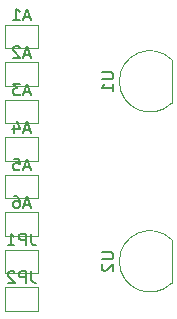
<source format=gbr>
%TF.GenerationSoftware,KiCad,Pcbnew,(6.0.7)*%
%TF.CreationDate,2022-09-26T10:55:09-05:00*%
%TF.ProjectId,OpenMuscle5,4f70656e-4d75-4736-936c-65352e6b6963,rev?*%
%TF.SameCoordinates,Original*%
%TF.FileFunction,Legend,Bot*%
%TF.FilePolarity,Positive*%
%FSLAX46Y46*%
G04 Gerber Fmt 4.6, Leading zero omitted, Abs format (unit mm)*
G04 Created by KiCad (PCBNEW (6.0.7)) date 2022-09-26 10:55:09*
%MOMM*%
%LPD*%
G01*
G04 APERTURE LIST*
%ADD10C,0.150000*%
%ADD11C,0.120000*%
G04 APERTURE END LIST*
D10*
%TO.C,U2*%
X171787380Y-100838095D02*
X172596904Y-100838095D01*
X172692142Y-100885714D01*
X172739761Y-100933333D01*
X172787380Y-101028571D01*
X172787380Y-101219047D01*
X172739761Y-101314285D01*
X172692142Y-101361904D01*
X172596904Y-101409523D01*
X171787380Y-101409523D01*
X171882619Y-101838095D02*
X171835000Y-101885714D01*
X171787380Y-101980952D01*
X171787380Y-102219047D01*
X171835000Y-102314285D01*
X171882619Y-102361904D01*
X171977857Y-102409523D01*
X172073095Y-102409523D01*
X172215952Y-102361904D01*
X172787380Y-101790476D01*
X172787380Y-102409523D01*
%TO.C,JP1*%
X165843333Y-99252380D02*
X165843333Y-99966666D01*
X165890952Y-100109523D01*
X165986190Y-100204761D01*
X166129047Y-100252380D01*
X166224285Y-100252380D01*
X165367142Y-100252380D02*
X165367142Y-99252380D01*
X164986190Y-99252380D01*
X164890952Y-99300000D01*
X164843333Y-99347619D01*
X164795714Y-99442857D01*
X164795714Y-99585714D01*
X164843333Y-99680952D01*
X164890952Y-99728571D01*
X164986190Y-99776190D01*
X165367142Y-99776190D01*
X163843333Y-100252380D02*
X164414761Y-100252380D01*
X164129047Y-100252380D02*
X164129047Y-99252380D01*
X164224285Y-99395238D01*
X164319523Y-99490476D01*
X164414761Y-99538095D01*
%TO.C,JP2*%
X165843333Y-102427380D02*
X165843333Y-103141666D01*
X165890952Y-103284523D01*
X165986190Y-103379761D01*
X166129047Y-103427380D01*
X166224285Y-103427380D01*
X165367142Y-103427380D02*
X165367142Y-102427380D01*
X164986190Y-102427380D01*
X164890952Y-102475000D01*
X164843333Y-102522619D01*
X164795714Y-102617857D01*
X164795714Y-102760714D01*
X164843333Y-102855952D01*
X164890952Y-102903571D01*
X164986190Y-102951190D01*
X165367142Y-102951190D01*
X164414761Y-102522619D02*
X164367142Y-102475000D01*
X164271904Y-102427380D01*
X164033809Y-102427380D01*
X163938571Y-102475000D01*
X163890952Y-102522619D01*
X163843333Y-102617857D01*
X163843333Y-102713095D01*
X163890952Y-102855952D01*
X164462380Y-103427380D01*
X163843333Y-103427380D01*
%TO.C,A5*%
X165724285Y-93616666D02*
X165248095Y-93616666D01*
X165819523Y-93902380D02*
X165486190Y-92902380D01*
X165152857Y-93902380D01*
X164343333Y-92902380D02*
X164819523Y-92902380D01*
X164867142Y-93378571D01*
X164819523Y-93330952D01*
X164724285Y-93283333D01*
X164486190Y-93283333D01*
X164390952Y-93330952D01*
X164343333Y-93378571D01*
X164295714Y-93473809D01*
X164295714Y-93711904D01*
X164343333Y-93807142D01*
X164390952Y-93854761D01*
X164486190Y-93902380D01*
X164724285Y-93902380D01*
X164819523Y-93854761D01*
X164867142Y-93807142D01*
%TO.C,A4*%
X165724285Y-90441666D02*
X165248095Y-90441666D01*
X165819523Y-90727380D02*
X165486190Y-89727380D01*
X165152857Y-90727380D01*
X164390952Y-90060714D02*
X164390952Y-90727380D01*
X164629047Y-89679761D02*
X164867142Y-90394047D01*
X164248095Y-90394047D01*
%TO.C,U1*%
X171787380Y-85598095D02*
X172596904Y-85598095D01*
X172692142Y-85645714D01*
X172739761Y-85693333D01*
X172787380Y-85788571D01*
X172787380Y-85979047D01*
X172739761Y-86074285D01*
X172692142Y-86121904D01*
X172596904Y-86169523D01*
X171787380Y-86169523D01*
X172787380Y-87169523D02*
X172787380Y-86598095D01*
X172787380Y-86883809D02*
X171787380Y-86883809D01*
X171930238Y-86788571D01*
X172025476Y-86693333D01*
X172073095Y-86598095D01*
%TO.C,A2*%
X165724285Y-84091666D02*
X165248095Y-84091666D01*
X165819523Y-84377380D02*
X165486190Y-83377380D01*
X165152857Y-84377380D01*
X164867142Y-83472619D02*
X164819523Y-83425000D01*
X164724285Y-83377380D01*
X164486190Y-83377380D01*
X164390952Y-83425000D01*
X164343333Y-83472619D01*
X164295714Y-83567857D01*
X164295714Y-83663095D01*
X164343333Y-83805952D01*
X164914761Y-84377380D01*
X164295714Y-84377380D01*
%TO.C,A3*%
X165724285Y-87266666D02*
X165248095Y-87266666D01*
X165819523Y-87552380D02*
X165486190Y-86552380D01*
X165152857Y-87552380D01*
X164914761Y-86552380D02*
X164295714Y-86552380D01*
X164629047Y-86933333D01*
X164486190Y-86933333D01*
X164390952Y-86980952D01*
X164343333Y-87028571D01*
X164295714Y-87123809D01*
X164295714Y-87361904D01*
X164343333Y-87457142D01*
X164390952Y-87504761D01*
X164486190Y-87552380D01*
X164771904Y-87552380D01*
X164867142Y-87504761D01*
X164914761Y-87457142D01*
%TO.C,A6*%
X165724285Y-96791666D02*
X165248095Y-96791666D01*
X165819523Y-97077380D02*
X165486190Y-96077380D01*
X165152857Y-97077380D01*
X164390952Y-96077380D02*
X164581428Y-96077380D01*
X164676666Y-96125000D01*
X164724285Y-96172619D01*
X164819523Y-96315476D01*
X164867142Y-96505952D01*
X164867142Y-96886904D01*
X164819523Y-96982142D01*
X164771904Y-97029761D01*
X164676666Y-97077380D01*
X164486190Y-97077380D01*
X164390952Y-97029761D01*
X164343333Y-96982142D01*
X164295714Y-96886904D01*
X164295714Y-96648809D01*
X164343333Y-96553571D01*
X164390952Y-96505952D01*
X164486190Y-96458333D01*
X164676666Y-96458333D01*
X164771904Y-96505952D01*
X164819523Y-96553571D01*
X164867142Y-96648809D01*
%TO.C,A1*%
X165724285Y-80916666D02*
X165248095Y-80916666D01*
X165819523Y-81202380D02*
X165486190Y-80202380D01*
X165152857Y-81202380D01*
X164295714Y-81202380D02*
X164867142Y-81202380D01*
X164581428Y-81202380D02*
X164581428Y-80202380D01*
X164676666Y-80345238D01*
X164771904Y-80440476D01*
X164867142Y-80488095D01*
D11*
%TO.C,U2*%
X177745000Y-99800000D02*
X177745000Y-103400000D01*
X177733478Y-99761522D02*
G75*
G03*
X173295000Y-101600000I-1838478J-1838478D01*
G01*
X173294999Y-101600000D02*
G75*
G03*
X177733478Y-103438478I2600001J0D01*
G01*
%TO.C,JP1*%
X166410000Y-100600000D02*
X163610000Y-100600000D01*
X163610000Y-100600000D02*
X163610000Y-102600000D01*
X163610000Y-102600000D02*
X166410000Y-102600000D01*
X166410000Y-102600000D02*
X166410000Y-100600000D01*
%TO.C,JP2*%
X163610000Y-105775000D02*
X166410000Y-105775000D01*
X163610000Y-103775000D02*
X163610000Y-105775000D01*
X166410000Y-105775000D02*
X166410000Y-103775000D01*
X166410000Y-103775000D02*
X163610000Y-103775000D01*
%TO.C,A5*%
X163610000Y-96250000D02*
X166410000Y-96250000D01*
X166410000Y-96250000D02*
X166410000Y-94250000D01*
X163610000Y-94250000D02*
X163610000Y-96250000D01*
X166410000Y-94250000D02*
X163610000Y-94250000D01*
%TO.C,A4*%
X166410000Y-91075000D02*
X163610000Y-91075000D01*
X166410000Y-93075000D02*
X166410000Y-91075000D01*
X163610000Y-93075000D02*
X166410000Y-93075000D01*
X163610000Y-91075000D02*
X163610000Y-93075000D01*
%TO.C,U1*%
X177745000Y-84560000D02*
X177745000Y-88160000D01*
X173294999Y-86360000D02*
G75*
G03*
X177733478Y-88198478I2600001J0D01*
G01*
X177733478Y-84521522D02*
G75*
G03*
X173295000Y-86360000I-1838478J-1838478D01*
G01*
%TO.C,A2*%
X166410000Y-84725000D02*
X163610000Y-84725000D01*
X163610000Y-84725000D02*
X163610000Y-86725000D01*
X163610000Y-86725000D02*
X166410000Y-86725000D01*
X166410000Y-86725000D02*
X166410000Y-84725000D01*
%TO.C,A3*%
X166410000Y-87900000D02*
X163610000Y-87900000D01*
X166410000Y-89900000D02*
X166410000Y-87900000D01*
X163610000Y-87900000D02*
X163610000Y-89900000D01*
X163610000Y-89900000D02*
X166410000Y-89900000D01*
%TO.C,A6*%
X163610000Y-99425000D02*
X166410000Y-99425000D01*
X163610000Y-97425000D02*
X163610000Y-99425000D01*
X166410000Y-99425000D02*
X166410000Y-97425000D01*
X166410000Y-97425000D02*
X163610000Y-97425000D01*
%TO.C,A1*%
X163610000Y-81550000D02*
X163610000Y-83550000D01*
X166410000Y-83550000D02*
X166410000Y-81550000D01*
X163610000Y-83550000D02*
X166410000Y-83550000D01*
X166410000Y-81550000D02*
X163610000Y-81550000D01*
%TD*%
M02*

</source>
